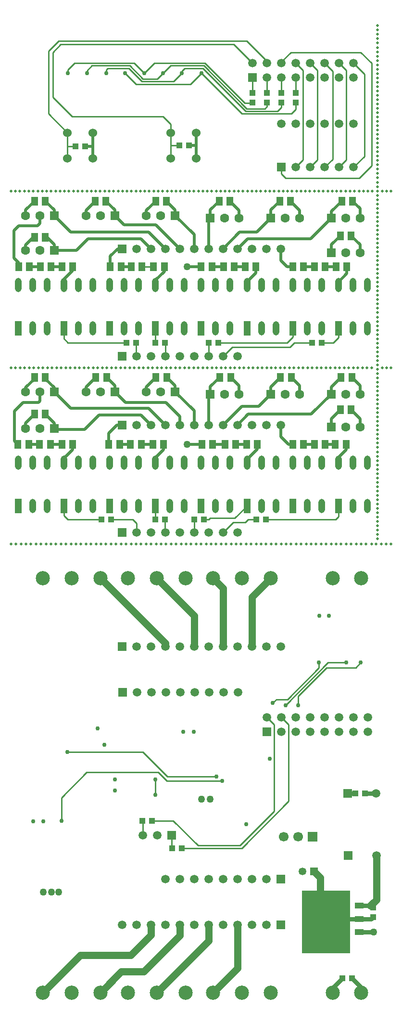
<source format=gbl>
%FSDAX24Y24*%
%MOIN*%
%SFA1B1*%

%IPPOS*%
%ADD10R,0.043300X0.039400*%
%ADD11R,0.051200X0.059100*%
%ADD14R,0.039400X0.043300*%
%ADD22C,0.010000*%
%ADD23C,0.020000*%
%ADD24C,0.050000*%
%ADD25C,0.030000*%
%ADD26R,0.335000X0.435000*%
%ADD29C,0.019700*%
%ADD30O,0.047200X0.098400*%
%ADD31R,0.047200X0.098400*%
%ADD32C,0.063000*%
%ADD33R,0.063000X0.063000*%
%ADD34C,0.059100*%
%ADD35R,0.059100X0.059100*%
%ADD36C,0.060000*%
%ADD37C,0.098400*%
%ADD38C,0.053100*%
%ADD39R,0.053100X0.053100*%
%ADD40C,0.059100*%
%ADD41R,0.059100X0.059100*%
%ADD42C,0.066900*%
%ADD43R,0.066900X0.066900*%
%ADD44C,0.030000*%
%ADD45C,0.050000*%
%ADD49R,0.061000X0.135800*%
%ADD50R,0.061000X0.043300*%
%ADD51R,0.061000X0.043300*%
%LNde-140824-1*%
%LPD*%
G54D10*
X027885Y045150D03*
X027215D03*
X023585D03*
X022915D03*
X016465D03*
X017135D03*
X018215Y057400D03*
X018885D03*
X024585D03*
X023915D03*
X020215D03*
X020885D03*
X033165Y013400D03*
X033835D03*
X034065Y026200D03*
X034735D03*
X019315Y024300D03*
X019985D03*
X021365Y022400D03*
X022035D03*
X020215Y045150D03*
X020885D03*
X031735Y057400D03*
X031065D03*
X021865Y071050D03*
X022535D03*
X014665Y071000D03*
X015335D03*
G54D11*
X017724Y050350D03*
X016976D03*
X019224D03*
X018476D03*
X020774D03*
X020026D03*
X030474D03*
X029726D03*
X031974D03*
X031226D03*
X033424D03*
X032676D03*
X011424D03*
X010676D03*
X012176D03*
X012924D03*
X013726D03*
X014474D03*
X033774Y052750D03*
X033026D03*
X033824Y055000D03*
X033076D03*
X029624D03*
X028876D03*
X020998D03*
X020250D03*
X016076D03*
X016824D03*
X011826D03*
X012574D03*
X011826Y052450D03*
X012574D03*
X011474Y062650D03*
X010726D03*
X012974D03*
X012226D03*
X014474D03*
X013726D03*
X024124D03*
X023376D03*
X025674D03*
X024926D03*
X027174D03*
X026426D03*
X017824D03*
X017076D03*
X020824D03*
X020076D03*
X030474D03*
X029726D03*
X031974D03*
X031226D03*
X033474D03*
X032726D03*
X012574Y064700D03*
X011826D03*
X012574Y067200D03*
X011826D03*
X016774D03*
X016026D03*
X020974D03*
X020226D03*
X024626D03*
X025374D03*
X018526Y062650D03*
X019274D03*
X028826Y067200D03*
X029574D03*
X033126D03*
X033874D03*
X033026Y064800D03*
X033774D03*
X024676Y055000D03*
X025424D03*
X027274Y050350D03*
X026526D03*
X025774D03*
X025026D03*
X024174D03*
X023426D03*
G54D14*
X035300Y017631D03*
Y018300D03*
X026950Y074015D03*
Y074685D03*
X027950Y074015D03*
Y074685D03*
X028950Y074015D03*
Y074685D03*
X029950Y074015D03*
Y074685D03*
G54D22*
X018900Y044250D02*
Y044900D01*
X018650Y045150D02*
X018900Y044900D01*
X017135Y045150D02*
X018650D01*
X020215D02*
Y046099D01*
X020214Y046100D02*
X020215Y046099D01*
X020885Y044265D02*
Y045150D01*
Y044265D02*
X020900Y044250D01*
X022900D02*
Y045135D01*
X022915Y045150*
X026650D02*
X027215D01*
X027885D02*
X032700D01*
X032900Y045350*
Y046100*
X023585Y045150D02*
X023900D01*
X024000Y045250*
X025707*
X026557Y046100*
X024900Y044250D02*
X025600Y044950D01*
X026450*
X026650Y045150*
X014150D02*
X016465D01*
X013871Y045429D02*
X014150Y045150D01*
X013871Y045429D02*
Y046100D01*
X019274Y062650D02*
X020076D01*
X032550Y057400D02*
X032900Y057750D01*
Y058400*
X020215Y057400D02*
Y058399D01*
X020214Y058400D02*
X020215Y058399D01*
X020885Y057400D02*
X020900Y057385D01*
Y056450D02*
Y057385D01*
X023900Y056450D02*
Y057385D01*
X023915Y057400*
X024900Y056450D02*
X025550Y057100D01*
X031735Y057400D02*
X032550D01*
X024585D02*
X029350D01*
X029729Y057779*
Y058400*
X025550Y057100D02*
X029550D01*
X029850Y057400*
X031065*
X014150D02*
X018215D01*
X013871Y057679D02*
X014150Y057400D01*
X013871Y057679D02*
Y058400D01*
X018885Y056465D02*
Y057400D01*
Y056465D02*
X018900Y056450D01*
X014150Y076067D02*
Y076300D01*
X014600Y076750*
X015470Y076220D02*
X015820Y076570D01*
X015470Y076067D02*
Y076220D01*
X016790Y076050D02*
Y076290D01*
X016890Y076390*
X018355*
X015820Y076570D02*
X018430D01*
X014600Y076750D02*
X018747D01*
X019430Y076067*
X018430Y076570D02*
X019350Y075650D01*
X020333*
X020750Y076067*
X018355Y076390D02*
X019275Y075470D01*
X021470*
X022050Y076050*
X018110Y076067D02*
X018887Y075290D01*
X022630*
X023390Y076050*
X026950Y074685D02*
Y075750D01*
X027950Y074685D02*
Y075750D01*
X028950Y074685D02*
Y075750D01*
X029950Y074685D02*
Y075750D01*
X026935Y074000D02*
X026950Y074015D01*
X027950Y073750D02*
Y074015D01*
X029950Y073550D02*
Y074015D01*
X027800Y073600D02*
X027950Y073750D01*
X023390Y076050D02*
X024360Y075080D01*
Y075076D02*
Y075080D01*
X026400Y074000D02*
X026935D01*
X022250Y076400D02*
X023491D01*
X022050Y076200D02*
X022250Y076400D01*
X022050Y076050D02*
Y076200D01*
X020750Y076067D02*
X021263Y076580D01*
X023640Y076760D02*
X026400Y074000D01*
X019430Y076067D02*
X020123Y076760D01*
X023640*
X023565Y076580D02*
X026545Y073600D01*
X021263Y076580D02*
X023565D01*
X026545Y073600D02*
X027800D01*
X023491Y076400D02*
X026471Y073420D01*
X024360Y075076D02*
X026196Y073240D01*
X029640*
X029950Y073550*
X026471Y073420D02*
X028670D01*
X028950Y073700*
Y074015*
X033950Y076750D02*
X034700Y076000D01*
Y070300D02*
Y076000D01*
X033950Y069550D02*
X034700Y070300D01*
X032950Y076750D02*
X033450Y076250D01*
Y070050D02*
Y076250D01*
X032950Y069550D02*
X033450Y070050D01*
X031950Y076750D02*
X032500Y076200D01*
Y070100D02*
Y076200D01*
X031950Y069550D02*
X032500Y070100D01*
X030950Y076750D02*
X031450Y076250D01*
Y070050D02*
Y076250D01*
X030950Y069550D02*
X031450Y070050D01*
X029950Y076750D02*
X030450Y076250D01*
Y070050D02*
Y076250D01*
X029950Y069550D02*
X030450Y070050D01*
X028950Y076750D02*
Y076850D01*
X029600Y077500*
X034450*
X035200Y076750*
Y069650D02*
Y076750D01*
X034350Y068800D02*
X035200Y069650D01*
X029250Y068800D02*
X034350D01*
X028950Y069100D02*
X029250Y068800D01*
X028950Y069100D02*
Y069550D01*
X025650Y078050D02*
X026950Y076750D01*
X014450Y073050D02*
X020750D01*
X013100Y074400D02*
X014450Y073050D01*
X013100Y074400D02*
Y077500D01*
X013650Y078050*
X025650*
X012800Y077600D02*
X013500Y078300D01*
X026550*
X027950Y076900*
Y076750D02*
Y076900D01*
X020200Y026100D02*
Y027150D01*
X029225Y032300D02*
X032175Y035250D01*
X033450*
X028350Y032450D02*
X028600Y032700D01*
X029370*
X031550Y034880*
Y035250*
X030100Y032300D02*
Y032920D01*
X032080Y034900*
X034100*
X034450Y035250*
X021050Y027350D02*
X024450D01*
X019350Y029050D02*
X021050Y027350D01*
X014100Y029050D02*
X019350D01*
X021000Y027050D02*
X024850D01*
X020400Y027650D02*
X021000Y027050D01*
X015450Y027650D02*
X020400D01*
X013700Y025900D02*
X015450Y027650D01*
X013700Y024300D02*
Y025900D01*
X021350Y022415D02*
Y023300D01*
Y022415D02*
X021365Y022400D01*
X022035D02*
X026200D01*
X029450Y025650*
Y030950*
X028950Y031450D02*
X029450Y030950D01*
X027950Y031450D02*
X028450Y030950D01*
Y024950D02*
Y030950D01*
X019350Y023300D02*
Y024265D01*
X019315Y024300D02*
X019350Y024265D01*
X019985Y024300D02*
X021450D01*
X023170Y022580*
X026080*
X028450Y024950*
X020750Y073050D02*
X021284Y072516D01*
X012800Y073250D02*
Y077600D01*
Y073250D02*
X014114Y071936D01*
Y071000D02*
X014665D01*
X014114Y070164D02*
Y071000D01*
Y071936*
X021284Y071050D02*
X021865D01*
X021284Y070450D02*
Y071050D01*
Y072516*
G54D23*
X032900Y049100D02*
Y049450D01*
X033424Y049974*
Y050350*
X031974D02*
X032676D01*
X030474D02*
X031226D01*
X032400Y054324D02*
X033076Y055000D01*
X032400Y053831D02*
Y054324D01*
X033824Y055000D02*
X034400Y054424D01*
Y053831D02*
Y054424D01*
X032400Y052124D02*
X033026Y052750D01*
X032400Y051550D02*
Y052124D01*
X033774Y052750D02*
X034400Y052124D01*
Y051550D02*
Y052124D01*
X028209Y054333D02*
X028876Y055000D01*
X028209Y053831D02*
Y054333D01*
X029624Y055000D02*
X030209Y054415D01*
Y053831D02*
Y054415D01*
X025424Y055000D02*
X026018Y054406D01*
Y053831D02*
Y054406D01*
X024018Y054342D02*
X024676Y055000D01*
X024018Y053831D02*
Y054342D01*
X020998Y055000D02*
X021582Y054416D01*
Y054000D02*
Y054416D01*
X019582Y054332D02*
X020250Y055000D01*
X019582Y054000D02*
Y054332D01*
X016824Y055000D02*
X017391Y054433D01*
Y054000D02*
Y054433D01*
X015391Y054315D02*
X016076Y055000D01*
X015391Y054000D02*
Y054315D01*
X012574Y054900D02*
X013200Y054274D01*
Y054000D02*
Y054274D01*
X011200D02*
X011826Y054900D01*
X011200Y054000D02*
Y054274D01*
Y051824D02*
X011826Y052450D01*
X011200Y051450D02*
Y051824D01*
X012574Y052450D02*
X013200Y051824D01*
Y051450D02*
Y051824D01*
X011424Y050350D02*
X012176D01*
X012924D02*
X013726D01*
X014474Y049974D02*
Y050350D01*
X013871Y049371D02*
X014474Y049974D01*
X013871Y049100D02*
Y049371D01*
X017724Y050350D02*
X018476D01*
X019224D02*
X020026D01*
X020774Y049974D02*
Y050350D01*
X020214Y049414D02*
X020774Y049974D01*
X020214Y049100D02*
Y049414D01*
X017824Y062650D02*
X018526D01*
X020824Y062324D02*
Y062650D01*
X020214Y061714D02*
X020824Y062324D01*
X020214Y061400D02*
Y061714D01*
X011474Y062650D02*
X012226D01*
X012974D02*
X013726D01*
X014474Y062374D02*
Y062650D01*
X013871Y061771D02*
X014474Y062374D01*
X013871Y061400D02*
Y061771D01*
X011200Y063800D02*
Y064148D01*
X013200Y063800D02*
Y064200D01*
X011200Y066574D02*
X011826Y067200D01*
X011200Y066200D02*
Y066574D01*
X012574Y067200D02*
X013200Y066574D01*
Y066200D02*
Y066574D01*
X015391Y066565D02*
X016026Y067200D01*
X015391Y066200D02*
Y066565D01*
X016774Y067200D02*
X017391Y066583D01*
Y066200D02*
Y066583D01*
X019582Y066556D02*
X020226Y067200D01*
X019582Y066200D02*
Y066556D01*
X020974Y067200D02*
X021582Y066592D01*
Y066200D02*
Y066592D01*
X024018D02*
X024626Y067200D01*
X024018Y066031D02*
Y066592D01*
X025374Y067200D02*
X026018Y066556D01*
Y066031D02*
Y066556D01*
X028209Y066583D02*
X028826Y067200D01*
X028209Y066031D02*
Y066583D01*
X029574Y067200D02*
X030209Y066565D01*
Y066031D02*
Y066565D01*
X032400Y066474D02*
X033126Y067200D01*
X032400Y066031D02*
Y066474D01*
X033874Y067200D02*
X034400Y066674D01*
Y066031D02*
Y066674D01*
X032400Y064174D02*
X033026Y064800D01*
X032400Y063631D02*
Y064174D01*
X033774Y064800D02*
X034400Y064174D01*
Y063631D02*
Y064174D01*
X032900Y061400D02*
Y061600D01*
X033474Y062174*
Y062650*
X031974D02*
X032726D01*
X030474D02*
X031226D01*
X029350D02*
X029726D01*
X028900Y063100D02*
X029350Y062650D01*
X028900Y063100D02*
Y063900D01*
X026557Y061400D02*
Y061607D01*
X027174Y062224*
Y062650*
X025674D02*
X026426D01*
X024124D02*
X024926D01*
X017076D02*
Y063376D01*
X017600Y063900*
X017900*
X013200Y063800D02*
X014750D01*
X017391Y066200D02*
X018041Y065550D01*
X020250*
X021900Y063900*
X014750Y063800D02*
X015550Y064600D01*
X019200*
X019900Y063900*
X013200Y066200D02*
X014350Y065050D01*
X019750*
X020900Y063900*
X021582Y066200D02*
X022900Y064882D01*
Y063900D02*
Y064882D01*
X023900Y065912D02*
X024018Y066031D01*
X023900Y063900D02*
Y065912D01*
X027229Y065050D02*
X028209Y066031D01*
X026050Y065050D02*
X027229D01*
X024900Y063900D02*
X026050Y065050D01*
X025900Y063900D02*
X026600Y064600D01*
X030969*
X032400Y066031*
X022400Y062650D02*
X023376D01*
X010726D02*
Y062924D01*
X010400Y063250D02*
X010726Y062924D01*
X012050Y065500D02*
X012200Y065650D01*
Y066200*
X012600Y064800D02*
X013200Y064200D01*
X011200Y064148D02*
X011852Y064800D01*
X010750Y065500D02*
X012050D01*
X010400Y063250D02*
Y065150D01*
X010750Y065500*
X026557Y049100D02*
Y049307D01*
X027274Y050024*
Y050350*
X025774D02*
X026526D01*
X024174D02*
X025026D01*
X029450D02*
X029726D01*
X028900Y050900D02*
X029450Y050350D01*
X028900Y050900D02*
Y051700D01*
X019200Y052400D02*
X019900Y051700D01*
X016300Y052400D02*
X019200D01*
X015300Y051400D02*
X016300Y052400D01*
X013250Y051400D02*
X015300D01*
X013200Y051450D02*
X013250Y051400D01*
X019750Y052850D02*
X020900Y051700D01*
X014350Y052850D02*
X019750D01*
X013200Y054000D02*
X014350Y052850D01*
X021900Y051700D02*
Y052300D01*
X020950Y053250D02*
X021900Y052300D01*
X018141Y053250D02*
X020950D01*
X017391Y054000D02*
X018141Y053250D01*
X021582Y054000D02*
X022900Y052682D01*
Y051700D02*
Y052682D01*
X023900Y053712D02*
X024018Y053831D01*
X023900Y051700D02*
Y053712D01*
X025900Y051700D02*
X026650Y052450D01*
X031019*
X032400Y053831*
X024900Y051700D02*
X026200Y053000D01*
X027378*
X028209Y053831*
X022400Y050350D02*
X023426D01*
X016976D02*
Y051126D01*
X017550Y051700*
X017900*
X010450Y050576D02*
X010676Y050350D01*
X010450Y050576D02*
Y052650D01*
X012200Y053350D02*
Y054000D01*
X010450Y052650D02*
X011050Y053250D01*
X012100*
X012200Y053350*
X015335Y071000D02*
X015886D01*
Y070164D02*
Y071000D01*
Y071936*
X022535Y071050D02*
X022986D01*
X023036Y071000*
Y070164D02*
Y071000D01*
Y071936*
G54D24*
X026900Y036350D02*
Y039800D01*
X028200Y041100*
X024900Y036350D02*
Y040400D01*
X024200Y041100D02*
X024900Y040400D01*
X022900Y036350D02*
Y038500D01*
X020300Y041100D02*
X022900Y038500D01*
X020900Y036350D02*
Y036600D01*
X016400Y041100D02*
X020900Y036600D01*
X012400Y012400D02*
X015000Y015000D01*
X018500*
X019900Y016400*
Y017100*
X016400Y012400D02*
X017850Y013850D01*
X019400*
X021900Y016350*
Y017100*
X020300Y012400D02*
X023900Y016000D01*
Y017100*
X024200Y012400D02*
X025900Y014100D01*
Y017100*
X030806Y018444D02*
X030900Y018350D01*
X031194Y020800D02*
X031625Y020369D01*
X035534Y018834D02*
Y021900D01*
X031625Y018350D02*
Y020369D01*
Y017500D02*
Y018350D01*
X035106Y018406D02*
X035534Y018834D01*
G54D25*
X032500Y012735D02*
X033165Y013400D01*
X032500Y012400D02*
Y012735D01*
X033835Y013400D02*
X034469Y012766D01*
Y012400D02*
Y012766D01*
X033400Y017500D02*
X034329D01*
X035169*
X035300Y017631*
X034329Y016594D02*
X034373Y016550D01*
X034423Y016600D02*
X035350D01*
X034735Y026200D02*
X035519D01*
X033550D02*
X034065D01*
X034329Y018406D02*
X035106D01*
X034373Y016550D02*
X034423Y016600D01*
G54D26*
X032025Y017275D03*
G54D29*
X035591Y068803D03*
Y069406D03*
Y069104D03*
X035600Y069707D03*
Y070309D03*
Y070008D03*
Y070610D03*
Y071212D03*
Y070911D03*
X035591Y071513D03*
Y072115D03*
Y071814D03*
X035600Y072416D03*
Y073018D03*
Y072717D03*
X035591Y073320D03*
Y073922D03*
Y073621D03*
X035600Y074223D03*
Y074825D03*
Y074524D03*
Y075126D03*
Y075728D03*
Y075427D03*
Y076029D03*
Y076631D03*
Y076330D03*
Y076932D03*
Y077535D03*
Y077234D03*
Y077836D03*
Y078438D03*
Y078137D03*
X035510Y043465D03*
X035856D03*
X036203D03*
X036550D03*
X034816D03*
X034470D03*
X034123D03*
X023722D03*
X024762D03*
X024415D03*
X024068D03*
X025108D03*
X032389D03*
X032736D03*
X033083D03*
X033776D03*
X033430D03*
X031003D03*
X030656D03*
X030309D03*
X032043D03*
X031696D03*
X031349D03*
X019908D03*
X020255D03*
X020601D03*
X019214D03*
X019561D03*
X010200D03*
X010547D03*
X010893D03*
X011934D03*
X011587D03*
X011240D03*
X012974D03*
X012627D03*
X012280D03*
X014707D03*
X015054D03*
X014361D03*
X014014D03*
X013667D03*
X013320D03*
X017481D03*
X017828D03*
X016441D03*
X016787D03*
X017134D03*
X016094D03*
X015747D03*
X015401D03*
X023028D03*
X023375D03*
X025802D03*
X025455D03*
X021641D03*
X021295D03*
X020948D03*
X022682D03*
X022335D03*
X021988D03*
X018868D03*
X018174D03*
X018521D03*
X029269D03*
X029616D03*
X029962D03*
X028229D03*
X028576D03*
X028922D03*
X027189D03*
X027535D03*
X027882D03*
X026842D03*
X026495D03*
X026149D03*
X034884Y055669D03*
X035200D03*
X036550D03*
X036240D03*
X035930D03*
X027289D03*
X027605D03*
X027922D03*
X028871D03*
X028554D03*
X028238D03*
X029820D03*
X029504D03*
X029187D03*
X032035D03*
X032352D03*
X032668D03*
X031086D03*
X031403D03*
X031719D03*
X030770D03*
X030453D03*
X030137D03*
X033934D03*
X034251D03*
X034567D03*
X033618D03*
X033301D03*
X032985D03*
X018744D03*
X019061D03*
X019377D03*
X020327D03*
X020010D03*
X019694D03*
X021276D03*
X020959D03*
X020643D03*
X023491D03*
X023808D03*
X024124D03*
X022542D03*
X022858D03*
X023175D03*
X022225D03*
X021909D03*
X021592D03*
X026339D03*
X026656D03*
X026972D03*
X025390D03*
X025706D03*
X026023D03*
X025073D03*
X024757D03*
X024441D03*
X015896D03*
X016213D03*
X016529D03*
X017478D03*
X017162D03*
X016846D03*
X018428D03*
X018111D03*
X017795D03*
X013048D03*
X013365D03*
X013681D03*
X014630D03*
X014314D03*
X013997D03*
X015580D03*
X015263D03*
X014947D03*
X012099D03*
X012415D03*
X012732D03*
X011149D03*
X011466D03*
X011782D03*
X010833D03*
X010516D03*
X010200D03*
X035250Y067874D03*
X036550D03*
X036250D03*
X035950D03*
X026900D03*
X027209D03*
X027518D03*
X028446D03*
X028137D03*
X027828D03*
X029374D03*
X029065D03*
X028756D03*
X031539D03*
X031848D03*
X032157D03*
X030611D03*
X030920D03*
X031230D03*
X030302D03*
X029993D03*
X029683D03*
X034322D03*
X034631D03*
X034941D03*
X033394D03*
X033704D03*
X034013D03*
X033085D03*
X032776D03*
X032467D03*
X018550D03*
X018859D03*
X019169D03*
X020096D03*
X019787D03*
X019478D03*
X021024D03*
X020715D03*
X020406D03*
X023189D03*
X023498D03*
X023807D03*
X022261D03*
X022570D03*
X022880D03*
X021952D03*
X021643D03*
X021333D03*
X025972D03*
X026281D03*
X026591D03*
X025044D03*
X025354D03*
X025663D03*
X024735D03*
X024426D03*
X024117D03*
X015767D03*
X016076D03*
X016385D03*
X017313D03*
X017004D03*
X016694D03*
X018241D03*
X017931D03*
X017622D03*
X012983D03*
X013293D03*
X013602D03*
X014530D03*
X014220D03*
X013911D03*
X015457D03*
X015148D03*
X014839D03*
X012056D03*
X012365D03*
X012674D03*
X011128D03*
X011437D03*
X011746D03*
X010819D03*
X010509D03*
X010200D03*
X035591Y068201D03*
Y068502D03*
Y060072D03*
Y060373D03*
Y060674D03*
Y061578D03*
Y061276D03*
Y060975D03*
Y062481D03*
Y062180D03*
Y061879D03*
Y064588D03*
Y064889D03*
Y065190D03*
Y063685D03*
Y063986D03*
Y064287D03*
Y063384D03*
Y063083D03*
Y062782D03*
Y067298D03*
Y067599D03*
Y067900D03*
Y066395D03*
Y066696D03*
Y066997D03*
Y066094D03*
Y065793D03*
Y065492D03*
Y057362D03*
Y057664D03*
Y057965D03*
Y058868D03*
Y058567D03*
Y058266D03*
Y059771D03*
Y059470D03*
Y059169D03*
Y055255D03*
Y056158D03*
Y055857D03*
Y055556D03*
Y057061D03*
Y056760D03*
Y056459D03*
Y053750D03*
Y054051D03*
Y054352D03*
Y052846D03*
Y053147D03*
Y053449D03*
Y052545D03*
Y052244D03*
Y051943D03*
Y045319D03*
Y045621D03*
Y045922D03*
Y046825D03*
Y046524D03*
Y046223D03*
Y047728D03*
Y047427D03*
Y047126D03*
Y049836D03*
Y050137D03*
Y050438D03*
Y048932D03*
Y049233D03*
Y049535D03*
Y048631D03*
Y048330D03*
Y048029D03*
Y051642D03*
Y051341D03*
Y051040D03*
Y050739D03*
Y044416D03*
Y044717D03*
Y045018D03*
X035200Y043465D03*
X035591Y043814D03*
Y044115D03*
Y079040D03*
Y079341D03*
Y078739D03*
Y054653D03*
Y054954D03*
G54D30*
X012700Y049100D03*
X011700D03*
X010700D03*
X012700Y046100D03*
X011700D03*
X015871Y049100D03*
X014871D03*
X013871D03*
X015871Y046100D03*
X014871D03*
X019043Y049100D03*
X018043D03*
X017043D03*
X019043Y046100D03*
X018043D03*
X022214Y049100D03*
X021214D03*
X020214D03*
X022214Y046100D03*
X021214D03*
X025386Y049100D03*
X024386D03*
X023386D03*
X025386Y046100D03*
X024386D03*
X028557Y049100D03*
X027557D03*
X026557D03*
X028557Y046100D03*
X027557D03*
X031729Y049100D03*
X030729D03*
X029729D03*
X031729Y046100D03*
X030729D03*
X034900Y049100D03*
X033900D03*
X032900D03*
X034900Y046100D03*
X033900D03*
X011700Y058400D03*
X012700D03*
X010700Y061400D03*
X011700D03*
X012700D03*
X014871Y058400D03*
X015871D03*
X013871Y061400D03*
X014871D03*
X015871D03*
X018043Y058400D03*
X019043D03*
X017043Y061400D03*
X018043D03*
X019043D03*
X021214Y058400D03*
X022214D03*
X020214Y061400D03*
X021214D03*
X022214D03*
X024386Y058400D03*
X025386D03*
X023386Y061400D03*
X024386D03*
X025386D03*
X027557Y058400D03*
X028557D03*
X026557Y061400D03*
X027557D03*
X028557D03*
X030729Y058400D03*
X031729D03*
X029729Y061400D03*
X030729D03*
X031729D03*
X033900Y058400D03*
X034900D03*
X032900Y061400D03*
X033900D03*
X034900D03*
G54D31*
X010700Y046100D03*
X013871D03*
X017043D03*
X020214D03*
X023386D03*
X026557D03*
X029729D03*
X032900D03*
X010700Y058400D03*
X013871D03*
X017043D03*
X020214D03*
X023386D03*
X026557D03*
X029729D03*
X032900D03*
G54D32*
X011200Y051450D03*
X012200D03*
X011200Y054000D03*
X012200D03*
X015391D03*
X016391D03*
X019582D03*
X020582D03*
X026018Y053831D03*
X025018D03*
X030209D03*
X029209D03*
X034400D03*
X033400D03*
X034400Y051550D03*
X033400D03*
X012200Y063800D03*
X011200D03*
X012200Y066200D03*
X011200D03*
X016391D03*
X015391D03*
X020582D03*
X019582D03*
X025018Y066031D03*
X026018D03*
X029209D03*
X030209D03*
X033400D03*
X034400D03*
X033400Y063631D03*
X034400D03*
G54D33*
X013200Y051450D03*
Y054000D03*
X017391D03*
X021582D03*
X024018Y053831D03*
X028209D03*
X032400D03*
Y051550D03*
X013200Y063800D03*
Y066200D03*
X017391D03*
X021582D03*
X024018Y066031D03*
X028209D03*
X032400D03*
Y063631D03*
G54D34*
X018900Y044250D03*
X025900D03*
X024900D03*
X023900D03*
X022900D03*
X021900D03*
X020900D03*
X019900D03*
X018950Y033200D03*
X025950D03*
X024950D03*
X023950D03*
X022950D03*
X021950D03*
X020950D03*
X019950D03*
X027900Y020250D03*
X020900D03*
X021900D03*
X022900D03*
X023900D03*
X024900D03*
X025900D03*
X026900D03*
X035534Y021900D03*
X035519Y026200D03*
X020350Y023300D03*
X019350D03*
X017900Y017100D03*
X018900D03*
X019900D03*
X020900D03*
X021900D03*
X022900D03*
X023900D03*
X024900D03*
X025900D03*
X026900D03*
X027900D03*
X028900Y036350D03*
X027900D03*
X026900D03*
X025900D03*
X024900D03*
X023900D03*
X022900D03*
X021900D03*
X020900D03*
X019900D03*
X018900D03*
X034950Y031450D03*
Y030450D03*
X033950Y031450D03*
Y030450D03*
X032950Y031450D03*
Y030450D03*
X031950Y031450D03*
Y030450D03*
X030950Y031450D03*
Y030450D03*
X029950Y031450D03*
Y030450D03*
X028950Y031450D03*
Y030450D03*
X027950Y031450D03*
X018900Y056450D03*
X025900D03*
X024900D03*
X023900D03*
X022900D03*
X021900D03*
X020900D03*
X019900D03*
X028900Y063900D03*
X027900D03*
X026900D03*
X025900D03*
X024900D03*
X023900D03*
X022900D03*
X021900D03*
X020900D03*
X019900D03*
X018900D03*
X028900Y051700D03*
X027900D03*
X026900D03*
X025900D03*
X024900D03*
X023900D03*
X022900D03*
X021900D03*
X020900D03*
X019900D03*
X018900D03*
X033950Y076750D03*
Y075750D03*
X032950Y076750D03*
Y075750D03*
X031950Y076750D03*
Y075750D03*
X030950Y076750D03*
Y075750D03*
X029950Y076750D03*
Y075750D03*
X028950Y076750D03*
Y075750D03*
X027950Y076750D03*
Y075750D03*
X026950Y076750D03*
X033950Y072550D03*
X032950D03*
X031950D03*
X030950D03*
X029950D03*
X028950D03*
X033950Y069550D03*
G54D35*
X017900Y044250D03*
X017950Y033200D03*
X028900Y020250D03*
X033566Y021900D03*
X033550Y026200D03*
X021350Y023300D03*
X028900Y017100D03*
X017900Y036350D03*
X027950Y030450D03*
X017900Y056450D03*
Y063900D03*
Y051700D03*
X026950Y075750D03*
G54D36*
X023036Y070164D03*
X021264D03*
X023036Y071936D03*
X021264D03*
X015886Y070164D03*
X014114D03*
X015886Y071936D03*
X014114D03*
G54D37*
X016400Y041100D03*
X014400D03*
X012400D03*
X022300D03*
X020300D03*
X018300D03*
X028200D03*
X026200D03*
X024200D03*
X034484D03*
X032516D03*
X028200Y012400D03*
X026200D03*
X024200D03*
X022300D03*
X020300D03*
X018300D03*
X016400D03*
X014400D03*
X012400D03*
X032500D03*
X034469D03*
G54D38*
X030406Y020800D03*
G54D39*
X031194Y020800D03*
G54D40*
X032950Y069550D03*
X031950D03*
X030950D03*
X029950D03*
G54D41*
X028950Y069550D03*
G54D42*
X029100Y023200D03*
X030100D03*
G54D43*
X031100Y023200D03*
G54D44*
X014150Y076067D03*
X015470D03*
X016790Y076050D03*
X018110Y076067D03*
X019430D03*
X020750D03*
X022050Y076050D03*
X023390D03*
X020200Y027150D03*
Y026100D03*
X028350Y032450D03*
X029225Y032300D03*
X031550Y035250D03*
X034450D03*
X033450D03*
X030100Y032300D03*
X024450Y027350D03*
X024850Y027050D03*
X014100Y029050D03*
X022126Y030450D03*
X022874D03*
X017400Y027150D03*
Y026400D03*
X016200Y030700D03*
X016685Y029565D03*
X012450Y024250D03*
X011750D03*
X013700Y024300D03*
X026500Y024050D03*
X028150Y028600D03*
X032235Y038485D03*
X031565D03*
G54D45*
X031625Y017500D03*
Y016650D03*
X030900Y018350D03*
Y017500D03*
Y016650D03*
X013500Y019350D03*
X013000D03*
X012450D03*
X035350Y016600D03*
X032350Y018350D03*
Y017500D03*
Y016650D03*
X022400Y062650D03*
Y050350D03*
X023400Y025800D03*
X024000D03*
X031625Y018350D03*
G54D49*
X031671Y017500D03*
G54D50*
X034329Y016594D03*
Y017500D03*
G54D51*
X034329Y018406D03*
M02*
</source>
